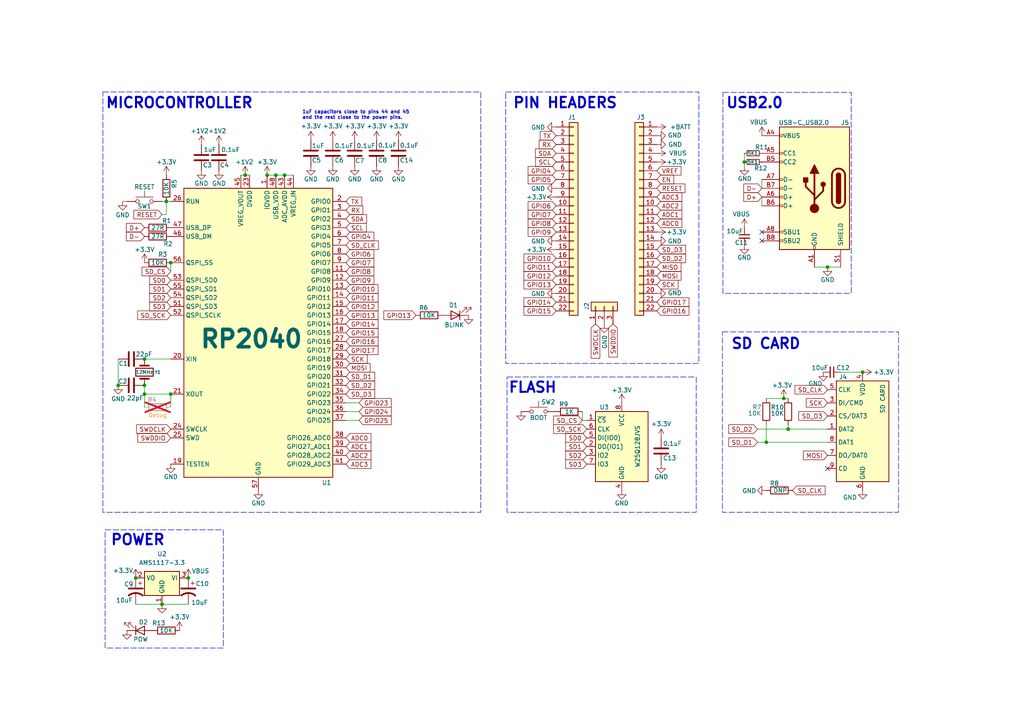
<source format=kicad_sch>
(kicad_sch (version 20231120) (generator "eeschema") (generator_version "8.0")
  (paper "A4")
  (lib_symbols
    (symbol "+BATT_1" (power) (pin_names (offset 0))
      (property "Value" "+BATT_1" (at 0 3.556 0))
      (symbol "+BATT_1_1_1"
        (pin power_in line (at 0 0 90) (length 0) hide (name "+BATT") (number "1"))
      )
    )
    (symbol "Connector:USB_C_Receptacle_USB2.0" (pin_names (offset 1.016))
      (property "Reference" "J" (at -10.16 19.05 0))
      (property "Value" "USB_C_Receptacle_USB2.0" (at 19.05 19.05 0))
      (symbol "USB_C_Receptacle_USB2.0_1_1"
        (pin passive line (at 0 -22.86 90) (length 5.08) (name "GND") (number "A1"))
        (pin passive line (at 0 -22.86 90) (length 5.08) hide (name "GND") (number "A12"))
        (pin passive line (at 15.24 15.24 180) (length 5.08) (name "VBUS") (number "A4"))
        (pin bidirectional line (at 15.24 10.16 180) (length 5.08) (name "CC1") (number "A5"))
        (pin bidirectional line (at 15.24 -2.54 180) (length 5.08) (name "D+") (number "A6"))
        (pin bidirectional line (at 15.24 2.54 180) (length 5.08) (name "D-") (number "A7"))
        (pin bidirectional line (at 15.24 -12.7 180) (length 5.08) (name "SBU1") (number "A8"))
        (pin passive line (at 15.24 15.24 180) (length 5.08) hide (name "VBUS") (number "A9"))
        (pin passive line (at 0 -22.86 90) (length 5.08) hide (name "GND") (number "B1"))
        (pin passive line (at 0 -22.86 90) (length 5.08) hide (name "GND") (number "B12"))
        (pin passive line (at 15.24 15.24 180) (length 5.08) hide (name "VBUS") (number "B4"))
        (pin bidirectional line (at 15.24 7.62 180) (length 5.08) (name "CC2") (number "B5"))
        (pin bidirectional line (at 15.24 -5.08 180) (length 5.08) (name "D+") (number "B6"))
        (pin bidirectional line (at 15.24 0 180) (length 5.08) (name "D-") (number "B7"))
        (pin bidirectional line (at 15.24 -15.24 180) (length 5.08) (name "SBU2") (number "B8"))
        (pin passive line (at 15.24 15.24 180) (length 5.08) hide (name "VBUS") (number "B9"))
        (pin passive line (at -7.62 -22.86 90) (length 5.08) (name "SHIELD") (number "S1"))
      )
    )
    (symbol "Connector_Generic:Conn_01x03" (pin_names (offset 1.016) hide)
      (property "Reference" "J" (at 0 5.08 0))
      (property "Value" "Conn_01x03" (at 0 -5.08 0))
      (symbol "Conn_01x03_1_1"
        (pin passive line (at -5.08 2.54 0) (length 3.81) (name "Pin_1") (number "1"))
        (pin passive line (at -5.08 0 0) (length 3.81) (name "Pin_2") (number "2"))
        (pin passive line (at -5.08 -2.54 0) (length 3.81) (name "Pin_3") (number "3"))
      )
    )
    (symbol "Connector_Generic:Conn_01x22" (pin_names (offset 1.016) hide)
      (property "Reference" "J" (at 0 27.94 0))
      (property "Value" "Conn_01x22" (at 0 -30.48 0))
      (symbol "Conn_01x22_1_1"
        (pin passive line (at -5.08 25.4 0) (length 3.81) (name "Pin_1") (number "1"))
        (pin passive line (at -5.08 2.54 0) (length 3.81) (name "Pin_10") (number "10"))
        (pin passive line (at -5.08 0 0) (length 3.81) (name "Pin_11") (number "11"))
        (pin passive line (at -5.08 -2.54 0) (length 3.81) (name "Pin_12") (number "12"))
        (pin passive line (at -5.08 -5.08 0) (length 3.81) (name "Pin_13") (number "13"))
        (pin passive line (at -5.08 -7.62 0) (length 3.81) (name "Pin_14") (number "14"))
        (pin passive line (at -5.08 -10.16 0) (length 3.81) (name "Pin_15") (number "15"))
        (pin passive line (at -5.08 -12.7 0) (length 3.81) (name "Pin_16") (number "16"))
        (pin passive line (at -5.08 -15.24 0) (length 3.81) (name "Pin_17") (number "17"))
        (pin passive line (at -5.08 -17.78 0) (length 3.81) (name "Pin_18") (number "18"))
        (pin passive line (at -5.08 -20.32 0) (length 3.81) (name "Pin_19") (number "19"))
        (pin passive line (at -5.08 22.86 0) (length 3.81) (name "Pin_2") (number "2"))
        (pin passive line (at -5.08 -22.86 0) (length 3.81) (name "Pin_20") (number "20"))
        (pin passive line (at -5.08 -25.4 0) (length 3.81) (name "Pin_21") (number "21"))
        (pin passive line (at -5.08 -27.94 0) (length 3.81) (name "Pin_22") (number "22"))
        (pin passive line (at -5.08 20.32 0) (length 3.81) (name "Pin_3") (number "3"))
        (pin passive line (at -5.08 17.78 0) (length 3.81) (name "Pin_4") (number "4"))
        (pin passive line (at -5.08 15.24 0) (length 3.81) (name "Pin_5") (number "5"))
        (pin passive line (at -5.08 12.7 0) (length 3.81) (name "Pin_6") (number "6"))
        (pin passive line (at -5.08 10.16 0) (length 3.81) (name "Pin_7") (number "7"))
        (pin passive line (at -5.08 7.62 0) (length 3.81) (name "Pin_8") (number "8"))
        (pin passive line (at -5.08 5.08 0) (length 3.81) (name "Pin_9") (number "9"))
      )
    )
    (symbol "Device:C" (pin_numbers hide) (pin_names (offset 0.254))
      (property "Reference" "C" (at 0.635 2.54 0))
      (property "Value" "C" (at 0.635 -2.54 0))
      (symbol "C_1_1"
        (pin passive line (at 0 3.81 270) (length 2.794) (name "~") (number "1"))
        (pin passive line (at 0 -3.81 90) (length 2.794) (name "~") (number "2"))
      )
    )
    (symbol "Device:C_Polarized_US" (pin_numbers hide) (pin_names (offset 0.254) hide)
      (property "Reference" "C" (at 0.635 2.54 0))
      (property "Value" "C_Polarized_US" (at 0.635 -2.54 0))
      (symbol "C_Polarized_US_1_1"
        (pin passive line (at 0 3.81 270) (length 2.794) (name "~") (number "1"))
        (pin passive line (at 0 -3.81 90) (length 3.302) (name "~") (number "2"))
      )
    )
    (symbol "Device:C_Small" (pin_numbers hide) (pin_names (offset 0.254) hide)
      (property "Reference" "C" (at 0.254 1.778 0))
      (property "Value" "C_Small" (at 0.254 -2.032 0))
      (symbol "C_Small_1_1"
        (pin passive line (at 0 2.54 270) (length 2.032) (name "~") (number "1"))
        (pin passive line (at 0 -2.54 90) (length 2.032) (name "~") (number "2"))
      )
    )
    (symbol "Device:Crystal" (pin_numbers hide) (pin_names (offset 1.016) hide)
      (property "Reference" "Y" (at 0 3.81 0))
      (property "Value" "Crystal" (at 0 -3.81 0))
      (symbol "Crystal_1_1"
        (pin passive line (at -3.81 0 0) (length 1.27) (name "1") (number "1"))
        (pin passive line (at 3.81 0 180) (length 1.27) (name "2") (number "2"))
      )
    )
    (symbol "Device:LED" (pin_numbers hide) (pin_names (offset 1.016) hide)
      (property "Reference" "D" (at 0 2.54 0))
      (property "Value" "LED" (at 0 -2.54 0))
      (symbol "LED_1_1"
        (pin passive line (at -3.81 0 0) (length 2.54) (name "K") (number "1"))
        (pin passive line (at 3.81 0 180) (length 2.54) (name "A") (number "2"))
      )
    )
    (symbol "Device:R" (pin_numbers hide) (pin_names (offset 0))
      (property "Reference" "R" (at 2.032 0 90))
      (property "Value" "R" (at 0 0 90))
      (symbol "R_1_1"
        (pin passive line (at 0 3.81 270) (length 1.27) (name "~") (number "1"))
        (pin passive line (at 0 -3.81 90) (length 1.27) (name "~") (number "2"))
      )
    )
    (symbol "Device:R_Small" (pin_numbers hide) (pin_names (offset 0.254) hide)
      (property "Reference" "R" (at 0.762 0.508 0))
      (property "Value" "R_Small" (at 0.762 -1.016 0))
      (symbol "R_Small_1_1"
        (pin passive line (at 0 2.54 270) (length 0.762) (name "~") (number "1"))
        (pin passive line (at 0 -2.54 90) (length 0.762) (name "~") (number "2"))
      )
    )
    (symbol "MCU_RaspberryPi:RP2040"
      (property "Reference" "U" (at 17.78 45.72 0))
      (property "Value" "RP2040" (at 17.78 43.18 0))
      (symbol "RP2040_1_1"
        (pin power_in line (at 2.54 45.72 270) (length 3.81) (name "IOVDD") (number "1"))
        (pin passive line (at 2.54 45.72 270) (length 3.81) hide (name "IOVDD") (number "10"))
        (pin bidirectional line (at 25.4 17.78 180) (length 3.81) (name "GPIO8") (number "11"))
        (pin bidirectional line (at 25.4 15.24 180) (length 3.81) (name "GPIO9") (number "12"))
        (pin bidirectional line (at 25.4 12.7 180) (length 3.81) (name "GPIO10") (number "13"))
        (pin bidirectional line (at 25.4 10.16 180) (length 3.81) (name "GPIO11") (number "14"))
        (pin bidirectional line (at 25.4 7.62 180) (length 3.81) (name "GPIO12") (number "15"))
        (pin bidirectional line (at 25.4 5.08 180) (length 3.81) (name "GPIO13") (number "16"))
        (pin bidirectional line (at 25.4 2.54 180) (length 3.81) (name "GPIO14") (number "17"))
        (pin bidirectional line (at 25.4 0 180) (length 3.81) (name "GPIO15") (number "18"))
        (pin input line (at -25.4 -38.1 0) (length 3.81) (name "TESTEN") (number "19"))
        (pin bidirectional line (at 25.4 38.1 180) (length 3.81) (name "GPIO0") (number "2"))
        (pin input line (at -25.4 -7.62 0) (length 3.81) (name "XIN") (number "20"))
        (pin passive line (at -25.4 -17.78 0) (length 3.81) (name "XOUT") (number "21"))
        (pin passive line (at 2.54 45.72 270) (length 3.81) hide (name "IOVDD") (number "22"))
        (pin power_in line (at -2.54 45.72 270) (length 3.81) (name "DVDD") (number "23"))
        (pin input line (at -25.4 -27.94 0) (length 3.81) (name "SWCLK") (number "24"))
        (pin bidirectional line (at -25.4 -30.48 0) (length 3.81) (name "SWD") (number "25"))
        (pin input line (at -25.4 38.1 0) (length 3.81) (name "RUN") (number "26"))
        (pin bidirectional line (at 25.4 -2.54 180) (length 3.81) (name "GPIO16") (number "27"))
        (pin bidirectional line (at 25.4 -5.08 180) (length 3.81) (name "GPIO17") (number "28"))
        (pin bidirectional line (at 25.4 -7.62 180) (length 3.81) (name "GPIO18") (number "29"))
        (pin bidirectional line (at 25.4 35.56 180) (length 3.81) (name "GPIO1") (number "3"))
        (pin bidirectional line (at 25.4 -10.16 180) (length 3.81) (name "GPIO19") (number "30"))
        (pin bidirectional line (at 25.4 -12.7 180) (length 3.81) (name "GPIO20") (number "31"))
        (pin bidirectional line (at 25.4 -15.24 180) (length 3.81) (name "GPIO21") (number "32"))
        (pin passive line (at 2.54 45.72 270) (length 3.81) hide (name "IOVDD") (number "33"))
        (pin bidirectional line (at 25.4 -17.78 180) (length 3.81) (name "GPIO22") (number "34"))
        (pin bidirectional line (at 25.4 -20.32 180) (length 3.81) (name "GPIO23") (number "35"))
        (pin bidirectional line (at 25.4 -22.86 180) (length 3.81) (name "GPIO24") (number "36"))
        (pin bidirectional line (at 25.4 -25.4 180) (length 3.81) (name "GPIO25") (number "37"))
        (pin bidirectional line (at 25.4 -30.48 180) (length 3.81) (name "GPIO26_ADC0") (number "38"))
        (pin bidirectional line (at 25.4 -33.02 180) (length 3.81) (name "GPIO27_ADC1") (number "39"))
        (pin bidirectional line (at 25.4 33.02 180) (length 3.81) (name "GPIO2") (number "4"))
        (pin bidirectional line (at 25.4 -35.56 180) (length 3.81) (name "GPIO28_ADC2") (number "40"))
        (pin bidirectional line (at 25.4 -38.1 180) (length 3.81) (name "GPIO29_ADC3") (number "41"))
        (pin passive line (at 2.54 45.72 270) (length 3.81) hide (name "IOVDD") (number "42"))
        (pin power_in line (at 7.62 45.72 270) (length 3.81) (name "ADC_AVDD") (number "43"))
        (pin power_in line (at 10.16 45.72 270) (length 3.81) (name "VREG_IN") (number "44"))
        (pin power_out line (at -5.08 45.72 270) (length 3.81) (name "VREG_VOUT") (number "45"))
        (pin bidirectional line (at -25.4 27.94 0) (length 3.81) (name "USB_DM") (number "46"))
        (pin bidirectional line (at -25.4 30.48 0) (length 3.81) (name "USB_DP") (number "47"))
        (pin power_in line (at 5.08 45.72 270) (length 3.81) (name "USB_VDD") (number "48"))
        (pin passive line (at 2.54 45.72 270) (length 3.81) hide (name "IOVDD") (number "49"))
        (pin bidirectional line (at 25.4 30.48 180) (length 3.81) (name "GPIO3") (number "5"))
        (pin passive line (at -2.54 45.72 270) (length 3.81) hide (name "DVDD") (number "50"))
        (pin bidirectional line (at -25.4 7.62 0) (length 3.81) (name "QSPI_SD3") (number "51"))
        (pin output line (at -25.4 5.08 0) (length 3.81) (name "QSPI_SCLK") (number "52"))
        (pin bidirectional line (at -25.4 15.24 0) (length 3.81) (name "QSPI_SD0") (number "53"))
        (pin bidirectional line (at -25.4 10.16 0) (length 3.81) (name "QSPI_SD2") (number "54"))
        (pin bidirectional line (at -25.4 12.7 0) (length 3.81) (name "QSPI_SD1") (number "55"))
        (pin bidirectional line (at -25.4 20.32 0) (length 3.81) (name "QSPI_SS") (number "56"))
        (pin power_in line (at 0 -45.72 90) (length 3.81) (name "GND") (number "57"))
        (pin bidirectional line (at 25.4 27.94 180) (length 3.81) (name "GPIO4") (number "6"))
        (pin bidirectional line (at 25.4 25.4 180) (length 3.81) (name "GPIO5") (number "7"))
        (pin bidirectional line (at 25.4 22.86 180) (length 3.81) (name "GPIO6") (number "8"))
        (pin bidirectional line (at 25.4 20.32 180) (length 3.81) (name "GPIO7") (number "9"))
      )
    )
    (symbol "Memory_Flash:W25Q128JVS"
      (property "Reference" "U" (at -8.89 8.89 0))
      (property "Value" "W25Q128JVS" (at 7.62 8.89 0))
      (symbol "W25Q128JVS_1_1"
        (pin input line (at -10.16 7.62 0) (length 2.54) (name "~{CS}") (number "1"))
        (pin bidirectional line (at -10.16 0 0) (length 2.54) (name "DO(IO1)") (number "2"))
        (pin bidirectional line (at -10.16 -2.54 0) (length 2.54) (name "IO2") (number "3"))
        (pin power_in line (at 0 -12.7 90) (length 2.54) (name "GND") (number "4"))
        (pin bidirectional line (at -10.16 2.54 0) (length 2.54) (name "DI(IO0)") (number "5"))
        (pin input line (at -10.16 5.08 0) (length 2.54) (name "CLK") (number "6"))
        (pin bidirectional line (at -10.16 -5.08 0) (length 2.54) (name "IO3") (number "7"))
        (pin power_in line (at 0 12.7 270) (length 2.54) (name "VCC") (number "8"))
      )
    )
    (symbol "Regulator_Linear:AMS1117-3.3"
      (property "Reference" "U" (at -3.81 3.175 0))
      (property "Value" "AMS1117-3.3" (at 0 3.175 0))
      (symbol "AMS1117-3.3_1_1"
        (pin power_in line (at 0 -7.62 90) (length 2.54) (name "GND") (number "1"))
        (pin power_out line (at 7.62 0 180) (length 2.54) (name "VO") (number "2"))
        (pin power_in line (at -7.62 0 0) (length 2.54) (name "VI") (number "3"))
      )
    )
    (symbol "Switch:SW_Push" (pin_numbers hide) (pin_names (offset 1.016) hide)
      (property "Reference" "SW" (at 1.27 2.54 0))
      (property "Value" "SW_Push" (at 0 -1.524 0))
      (symbol "SW_Push_0_1"
        (pin passive line (at -5.08 0 0) (length 2.54) (name "1") (number "1"))
        (pin passive line (at 5.08 0 180) (length 2.54) (name "2") (number "2"))
      )
    )
    (symbol "osw-rescue:SD_ebay-uSD-push_push_SMD-open-Smartwatch"
      (property "Reference" "XS" (at 6.35 -16.51 0))
      (property "Value" "SD_ebay-uSD-push_push_SMD-open-Smartwatch" (at -8.89 -1.27 90))
      (symbol "SD_ebay-uSD-push_push_SMD-open-Smartwatch_1_1"
        (pin bidirectional line (at 10.16 0 180) (length 2.54) (name "DAT2") (number "1"))
        (pin input line (at 10.16 3.81 180) (length 2.54) (name "CS/DAT3") (number "2"))
        (pin input line (at 10.16 7.62 180) (length 2.54) (name "DI/CMD") (number "3"))
        (pin input line (at 0 16.51 270) (length 2.54) (name "VDD") (number "4"))
        (pin input line (at 10.16 11.43 180) (length 2.54) (name "CLK") (number "5"))
        (pin input line (at 0 -17.78 90) (length 2.54) (name "GND") (number "6"))
        (pin input line (at 10.16 -7.62 180) (length 2.54) (name "DO/DAT0") (number "7"))
        (pin bidirectional line (at 10.16 -3.81 180) (length 2.54) (name "DAT1") (number "8"))
        (pin input line (at 10.16 -11.43 180) (length 2.54) (name "CD") (number "9"))
      )
    )
    (symbol "power:+1V2" (power) (pin_names (offset 0))
      (property "Value" "+1V2" (at 0 3.556 0))
      (symbol "+1V2_1_1"
        (pin power_in line (at 0 0 90) (length 0) hide (name "+1V2") (number "1"))
      )
    )
    (symbol "power:+3.3V" (power) (pin_names (offset 0))
      (property "Value" "+3.3V" (at 0 3.556 0))
      (symbol "+3.3V_1_1"
        (pin power_in line (at 0 0 90) (length 0) hide (name "+3.3V") (number "1"))
      )
    )
    (symbol "power:GND" (power) (pin_names (offset 0))
      (property "Value" "GND" (at 0 -3.81 0))
      (symbol "GND_1_1"
        (pin power_in line (at 0 0 270) (length 0) hide (name "GND") (number "1"))
      )
    )
    (symbol "power:VBUS" (power) (pin_names (offset 0))
      (property "Value" "VBUS" (at 0 3.81 0))
      (symbol "VBUS_1_1"
        (pin power_in line (at 0 0 90) (length 0) hide (name "VBUS") (number "1"))
      )
    )
  )
  (junction (at 250.19 107.95))
  (junction (at 82.55 50.8))
  (junction (at 54.61 167.64))
  (junction (at 80.01 50.8))
  (junction (at 41.91 104.14))
  (junction (at 215.9 46.99))
  (junction (at 39.37 167.64))
  (junction (at 77.47 50.8))
  (junction (at 227.33 115.57))
  (junction (at 46.99 175.26))
  (junction (at 48.26 58.42))
  (junction (at 240.03 77.47))
  (junction (at 228.6 124.46))
  (junction (at 49.53 76.2))
  (junction (at 222.25 128.27))
  (junction (at 34.29 111.76))
  (junction (at 71.12 50.8))
  (junction (at 41.91 111.76))
  (junction (at 49.53 114.3))
  (junction (at 41.91 114.3))
  (no_connect (at 220.98 67.31))
  (no_connect (at 240.03 135.89))
  (no_connect (at 220.98 69.85))
  (wire (pts (xy 243.84 77.47) (xy 240.03 77.47)))
  (wire (pts (xy 69.85 50.8) (xy 71.12 50.8)))
  (wire (pts (xy 168.91 119.38) (xy 168.91 121.92)))
  (wire (pts (xy 77.47 50.8) (xy 80.01 50.8)))
  (wire (pts (xy 71.12 50.8) (xy 72.39 50.8)))
  (wire (pts (xy 54.61 175.26) (xy 46.99 175.26)))
  (wire (pts (xy 41.91 104.14) (xy 49.53 104.14)))
  (wire (pts (xy 228.6 124.46) (xy 240.03 124.46)))
  (wire (pts (xy 104.14 121.92) (xy 100.33 121.92)))
  (wire (pts (xy 222.25 128.27) (xy 240.03 128.27)))
  (wire (pts (xy 34.29 111.76) (xy 34.29 104.14)))
  (wire (pts (xy 220.98 54.61) (xy 220.98 52.07)))
  (wire (pts (xy 41.91 114.3) (xy 41.91 118.11)))
  (wire (pts (xy 41.91 111.76) (xy 41.91 114.3)))
  (wire (pts (xy 48.26 62.23) (xy 48.26 58.42)))
  (wire (pts (xy 219.71 124.46) (xy 228.6 124.46)))
  (wire (pts (xy 243.84 107.95) (xy 250.19 107.95)))
  (wire (pts (xy 228.6 115.57) (xy 227.33 115.57)))
  (wire (pts (xy 46.99 62.23) (xy 48.26 62.23)))
  (wire (pts (xy 168.91 121.92) (xy 170.18 121.92)))
  (wire (pts (xy 80.01 50.8) (xy 82.55 50.8)))
  (wire (pts (xy 46.99 58.42) (xy 48.26 58.42)))
  (wire (pts (xy 49.53 118.11) (xy 49.53 114.3)))
  (wire (pts (xy 227.33 115.57) (xy 222.25 115.57)))
  (wire (pts (xy 222.25 123.19) (xy 222.25 128.27)))
  (wire (pts (xy 228.6 123.19) (xy 228.6 124.46)))
  (wire (pts (xy 49.53 76.2) (xy 49.53 78.74)))
  (wire (pts (xy 35.56 58.42) (xy 36.83 58.42)))
  (wire (pts (xy 46.99 175.26) (xy 39.37 175.26)))
  (wire (pts (xy 215.9 44.45) (xy 215.9 46.99)))
  (wire (pts (xy 85.09 50.8) (xy 82.55 50.8)))
  (wire (pts (xy 100.33 116.84) (xy 104.14 116.84)))
  (wire (pts (xy 48.26 58.42) (xy 49.53 58.42)))
  (wire (pts (xy 215.9 48.26) (xy 215.9 46.99)))
  (wire (pts (xy 219.71 128.27) (xy 222.25 128.27)))
  (wire (pts (xy 220.98 59.69) (xy 220.98 57.15)))
  (wire (pts (xy 41.91 114.3) (xy 49.53 114.3)))
  (wire (pts (xy 104.14 119.38) (xy 100.33 119.38)))
  (wire (pts (xy 240.03 77.47) (xy 236.22 77.47)))
  (rectangle (start 29.845 26.67) (end 139.446 148.59) (stroke (width 0) (type dash)))
  (rectangle (start 209.55 96.266) (end 260.604 148.59) (stroke (width 0) (type dash)))
  (rectangle (start 146.685 26.67) (end 202.692 105.41) (stroke (width 0) (type dash)))
  (rectangle (start 30.48 153.67) (end 64.77 187.96) (stroke (width 0) (type dash)))
  (rectangle (start 209.677 26.797) (end 246.888 85.09) (stroke (width 0) (type dash)))
  (rectangle (start 147.066 109.347) (end 201.93 148.59) (stroke (width 0) (type dash)))
  (image (at 382.524 67.31) (scale 0.5875))
  (text "Debug" (at 45.72 120.65 0) (effects (font (size 1.143 1.143) (thickness 0.1524) (bold yes))))
  (text "MICROCONTROLLER\n" (at 30.48 31.75 0) (effects (font (size 3 3) (bold yes)) (justify left bottom)))
  (text "PIN HEADERS\n" (at 148.59 31.75 0) (effects (font (size 3 3) (bold yes)) (justify left bottom)))
  (text "USB2.0" (at 227.33 31.75 0) (effects (font (size 3 3) (thickness 0.6) (bold yes)) (justify right bottom)))
  (text "FLASH" (at 147.32 114.3 0) (effects (font (size 3 3) (bold yes)) (justify left bottom)))
  (text "1uF capacitors close to pins 44 and 45\nand the rest close to the power pins." (at 87.63 34.798 0) (effects (font (size 1 1) (bold yes)) (justify left bottom)))
  (text "SD CARD" (at 232.41 101.6 0) (effects (font (size 3 3) (bold yes)) (justify right bottom)))
  (text "POWER" (at 48.006 158.496 0) (effects (font (size 3 3) (bold yes)) (justify right bottom)))
  (global_label "ADC3" (shape input) (at 100.33 134.62 0) (property "Intersheetrefs" "${INTERSHEET_REFS}" (effects (hide yes))))
  (global_label "SD0" (shape input) (at 49.53 81.28 180) (property "Intersheetrefs" "${INTERSHEET_REFS}" (effects (hide yes))))
  (global_label "GPIO4" (shape input) (at 161.29 49.53 180) (property "Intersheetrefs" "${INTERSHEET_REFS}" (effects (hide yes))))
  (global_label "SCL" (shape input) (at 161.29 46.99 180) (property "Intersheetrefs" "${INTERSHEET_REFS}" (effects (hide yes))))
  (global_label "SD2" (shape input) (at 170.18 132.08 180) (property "Intersheetrefs" "${INTERSHEET_REFS}" (effects (hide yes))))
  (global_label "SD_D3" (shape input) (at 100.33 114.3 0) (property "Intersheetrefs" "${INTERSHEET_REFS}" (effects (hide yes))))
  (global_label "GPIO13" (shape input) (at 120.65 91.44 180) (property "Intersheetrefs" "${INTERSHEET_REFS}" (effects (hide yes))))
  (global_label "D+" (shape input) (at 41.91 66.04 180) (property "Intersheetrefs" "${INTERSHEET_REFS}" (effects (hide yes))))
  (global_label "GPIO23" (shape input) (at 104.14 116.84 0) (property "Intersheetrefs" "${INTERSHEET_REFS}" (effects (hide yes))))
  (global_label "GPIO11" (shape input) (at 100.33 86.36 0) (property "Intersheetrefs" "${INTERSHEET_REFS}" (effects (hide yes))))
  (global_label "TX" (shape input) (at 161.29 39.37 180) (property "Intersheetrefs" "${INTERSHEET_REFS}" (effects (hide yes))))
  (global_label "GPIO4" (shape input) (at 100.33 68.58 0) (property "Intersheetrefs" "${INTERSHEET_REFS}" (effects (hide yes))))
  (global_label "SD_CLK" (shape input) (at 100.33 71.12 0) (property "Intersheetrefs" "${INTERSHEET_REFS}" (effects (hide yes))))
  (global_label "D-" (shape input) (at 41.91 68.58 180) (property "Intersheetrefs" "${INTERSHEET_REFS}" (effects (hide yes))))
  (global_label "SCK" (shape input) (at 240.03 116.84 180) (property "Intersheetrefs" "${INTERSHEET_REFS}" (effects (hide yes))))
  (global_label "SD0" (shape input) (at 170.18 127 180) (property "Intersheetrefs" "${INTERSHEET_REFS}" (effects (hide yes))))
  (global_label "ADC1" (shape input) (at 190.5 62.23 0) (property "Intersheetrefs" "${INTERSHEET_REFS}" (effects (hide yes))))
  (global_label "GPIO8" (shape input) (at 100.33 78.74 0) (property "Intersheetrefs" "${INTERSHEET_REFS}" (effects (hide yes))))
  (global_label "GPIO6" (shape input) (at 100.33 73.66 0) (property "Intersheetrefs" "${INTERSHEET_REFS}" (effects (hide yes))))
  (global_label "SD_D2" (shape input) (at 219.71 124.46 180) (property "Intersheetrefs" "${INTERSHEET_REFS}" (effects (hide yes))))
  (global_label "GPIO15" (shape input) (at 100.33 96.52 0) (property "Intersheetrefs" "${INTERSHEET_REFS}" (effects (hide yes))))
  (global_label "SD_D3" (shape input) (at 240.03 120.65 180) (property "Intersheetrefs" "${INTERSHEET_REFS}" (effects (hide yes))))
  (global_label "ADC2" (shape input) (at 100.33 132.08 0) (property "Intersheetrefs" "${INTERSHEET_REFS}" (effects (hide yes))))
  (global_label "ADC2" (shape input) (at 190.5 59.69 0) (property "Intersheetrefs" "${INTERSHEET_REFS}" (effects (hide yes))))
  (global_label "GPIO5" (shape input) (at 161.29 52.07 180) (property "Intersheetrefs" "${INTERSHEET_REFS}" (effects (hide yes))))
  (global_label "SD_D1" (shape input) (at 100.33 109.22 0) (property "Intersheetrefs" "${INTERSHEET_REFS}" (effects (hide yes))))
  (global_label "GPIO15" (shape input) (at 161.29 90.17 180) (property "Intersheetrefs" "${INTERSHEET_REFS}" (effects (hide yes))))
  (global_label "GPIO13" (shape input) (at 161.29 82.55 180) (property "Intersheetrefs" "${INTERSHEET_REFS}" (effects (hide yes))))
  (global_label "GPIO7" (shape input) (at 100.33 76.2 0) (property "Intersheetrefs" "${INTERSHEET_REFS}" (effects (hide yes))))
  (global_label "GPIO24" (shape input) (at 104.14 119.38 0) (property "Intersheetrefs" "${INTERSHEET_REFS}" (effects (hide yes))))
  (global_label "SD_D2" (shape input) (at 190.5 74.93 0) (property "Intersheetrefs" "${INTERSHEET_REFS}" (effects (hide yes))))
  (global_label "GPIO10" (shape input) (at 161.29 74.93 180) (property "Intersheetrefs" "${INTERSHEET_REFS}" (effects (hide yes))))
  (global_label "SD1" (shape input) (at 170.18 129.54 180) (property "Intersheetrefs" "${INTERSHEET_REFS}" (effects (hide yes))))
  (global_label "SD_D2" (shape input) (at 100.33 111.76 0) (property "Intersheetrefs" "${INTERSHEET_REFS}" (effects (hide yes))))
  (global_label "GPIO11" (shape input) (at 161.29 77.47 180) (property "Intersheetrefs" "${INTERSHEET_REFS}" (effects (hide yes))))
  (global_label "SD_D3" (shape input) (at 190.5 72.39 0) (property "Intersheetrefs" "${INTERSHEET_REFS}" (effects (hide yes))))
  (global_label "SD_D1" (shape input) (at 219.71 128.27 180) (property "Intersheetrefs" "${INTERSHEET_REFS}" (effects (hide yes))))
  (global_label "SD3" (shape input) (at 170.18 134.62 180) (property "Intersheetrefs" "${INTERSHEET_REFS}" (effects (hide yes))))
  (global_label "SD_CS" (shape input) (at 168.91 121.92 180) (property "Intersheetrefs" "${INTERSHEET_REFS}" (effects (hide yes))))
  (global_label "RX" (shape input) (at 161.29 41.91 180) (property "Intersheetrefs" "${INTERSHEET_REFS}" (effects (hide yes))))
  (global_label "D-" (shape input) (at 220.98 54.61 180) (property "Intersheetrefs" "${INTERSHEET_REFS}" (effects (hide yes))))
  (global_label "MISO" (shape input) (at 190.5 77.47 0) (property "Intersheetrefs" "${INTERSHEET_REFS}" (effects (hide yes))))
  (global_label "SDA" (shape input) (at 100.33 63.5 0) (property "Intersheetrefs" "${INTERSHEET_REFS}" (effects (hide yes))))
  (global_label "SCK" (shape input) (at 190.5 82.55 0) (property "Intersheetrefs" "${INTERSHEET_REFS}" (effects (hide yes))))
  (global_label "SD_SCK" (shape input) (at 49.53 91.44 180) (property "Intersheetrefs" "${INTERSHEET_REFS}" (effects (hide yes))))
  (global_label "EN" (shape input) (at 190.5 52.07 0) (property "Intersheetrefs" "${INTERSHEET_REFS}" (effects (hide yes))))
  (global_label "GPIO12" (shape input) (at 161.29 80.01 180) (property "Intersheetrefs" "${INTERSHEET_REFS}" (effects (hide yes))))
  (global_label "SD3" (shape input) (at 49.53 88.9 180) (property "Intersheetrefs" "${INTERSHEET_REFS}" (effects (hide yes))))
  (global_label "SCK" (shape input) (at 100.33 104.14 0) (property "Intersheetrefs" "${INTERSHEET_REFS}" (effects (hide yes))))
  (global_label "SD1" (shape input) (at 49.53 83.82 180) (property "Intersheetrefs" "${INTERSHEET_REFS}" (effects (hide yes))))
  (global_label "MOSI" (shape input) (at 240.03 132.08 180) (property "Intersheetrefs" "${INTERSHEET_REFS}" (effects (hide yes))))
  (global_label "GPIO9" (shape input) (at 100.33 81.28 0) (property "Intersheetrefs" "${INTERSHEET_REFS}" (effects (hide yes))))
  (global_label "GPIO25" (shape input) (at 104.14 121.92 0) (property "Intersheetrefs" "${INTERSHEET_REFS}" (effects (hide yes))))
  (global_label "SWDDIO" (shape input) (at 177.8 93.98 270) (property "Intersheetrefs" "${INTERSHEET_REFS}" (effects (hide yes))))
  (global_label "SWDCLK" (shape input) (at 49.53 124.46 180) (property "Intersheetrefs" "${INTERSHEET_REFS}" (effects (hide yes))))
  (global_label "SD2" (shape input) (at 49.53 86.36 180) (property "Intersheetrefs" "${INTERSHEET_REFS}" (effects (hide yes))))
  (global_label "SD_CLK" (shape input) (at 229.87 142.24 0) (property "Intersheetrefs" "${INTERSHEET_REFS}" (effects (hide yes))))
  (global_label "GPIO17" (shape input) (at 190.5 87.63 0) (property "Intersheetrefs" "${INTERSHEET_REFS}" (effects (hide yes))))
  (global_label "GPIO12" (shape input) (at 100.33 88.9 0) (property "Intersheetrefs" "${INTERSHEET_REFS}" (effects (hide yes))))
  (global_label "VREF" (shape input) (at 190.5 49.53 0) (property "Intersheetrefs" "${INTERSHEET_REFS}" (effects (hide yes))))
  (global_label "MOSI" (shape input) (at 100.33 106.68 0) (property "Intersheetrefs" "${INTERSHEET_REFS}" (effects (hide yes))))
  (global_label "GPIO8" (shape input) (at 161.29 64.77 180) (property "Intersheetrefs" "${INTERSHEET_REFS}" (effects (hide yes))))
  (global_label "GPIO6" (shape input) (at 161.29 59.69 180) (property "Intersheetrefs" "${INTERSHEET_REFS}" (effects (hide yes))))
  (global_label "SWDDIO" (shape input) (at 49.53 127 180) (property "Intersheetrefs" "${INTERSHEET_REFS}" (effects (hide yes))))
  (global_label "GPIO14" (shape input) (at 161.29 87.63 180) (property "Intersheetrefs" "${INTERSHEET_REFS}" (effects (hide yes))))
  (global_label "SCL" (shape input) (at 100.33 66.04 0) (property "Intersheetrefs" "${INTERSHEET_REFS}" (effects (hide yes))))
  (global_label "SD_SCK" (shape input) (at 170.18 124.46 180) (property "Intersheetrefs" "${INTERSHEET_REFS}" (effects (hide yes))))
  (global_label "RESET" (shape input) (at 46.99 62.23 180) (property "Intersheetrefs" "${INTERSHEET_REFS}" (effects (hide yes))))
  (global_label "SD_CLK" (shape input) (at 240.03 113.03 180) (property "Intersheetrefs" "${INTERSHEET_REFS}" (effects (hide yes))))
  (global_label "GPIO17" (shape input) (at 100.33 101.6 0) (property "Intersheetrefs" "${INTERSHEET_REFS}" (effects (hide yes))))
  (global_label "TX" (shape input) (at 100.33 58.42 0) (property "Intersheetrefs" "${INTERSHEET_REFS}" (effects (hide yes))))
  (global_label "GPIO16" (shape input) (at 190.5 90.17 0) (property "Intersheetrefs" "${INTERSHEET_REFS}" (effects (hide yes))))
  (global_label "GPIO10" (shape input) (at 100.33 83.82 0) (property "Intersheetrefs" "${INTERSHEET_REFS}" (effects (hide yes))))
  (global_label "ADC3" (shape input) (at 190.5 57.15 0) (property "Intersheetrefs" "${INTERSHEET_REFS}" (effects (hide yes))))
  (global_label "ADC1" (shape input) (at 100.33 129.54 0) (property "Intersheetrefs" "${INTERSHEET_REFS}" (effects (hide yes))))
  (global_label "SDA" (shape input) (at 161.29 44.45 180) (property "Intersheetrefs" "${INTERSHEET_REFS}" (effects (hide yes))))
  (global_label "GPIO13" (shape input) (at 100.33 91.44 0) (property "Intersheetrefs" "${INTERSHEET_REFS}" (effects (hide yes))))
  (global_label "ADC0" (shape input) (at 190.5 64.77 0) (property "Intersheetrefs" "${INTERSHEET_REFS}" (effects (hide yes))))
  (global_label "MOSI" (shape input) (at 190.5 80.01 0) (property "Intersheetrefs" "${INTERSHEET_REFS}" (effects (hide yes))))
  (global_label "GPIO16" (shape input) (at 100.33 99.06 0) (property "Intersheetrefs" "${INTERSHEET_REFS}" (effects (hide yes))))
  (global_label "D+" (shape input) (at 220.98 57.15 180) (property "Intersheetrefs" "${INTERSHEET_REFS}" (effects (hide yes))))
  (global_label "RX" (shape input) (at 100.33 60.96 0) (property "Intersheetrefs" "${INTERSHEET_REFS}" (effects (hide yes))))
  (global_label "GPIO14" (shape input) (at 100.33 93.98 0) (property "Intersheetrefs" "${INTERSHEET_REFS}" (effects (hide yes))))
  (global_label "SD_CS" (shape input) (at 49.53 78.74 180) (property "Intersheetrefs" "${INTERSHEET_REFS}" (effects (hide yes))))
  (global_label "RESET" (shape input) (at 190.5 54.61 0) (property "Intersheetrefs" "${INTERSHEET_REFS}" (effects (hide yes))))
  (global_label "GPIO7" (shape input) (at 161.29 62.23 180) (property "Intersheetrefs" "${INTERSHEET_REFS}" (effects (hide yes))))
  (global_label "GPIO9" (shape input) (at 161.29 67.31 180) (property "Intersheetrefs" "${INTERSHEET_REFS}" (effects (hide yes))))
  (global_label "ADC0" (shape input) (at 100.33 127 0) (property "Intersheetrefs" "${INTERSHEET_REFS}" (effects (hide yes))))
  (global_label "SWDCLK" (shape input) (at 172.72 93.98 270) (property "Intersheetrefs" "${INTERSHEET_REFS}" (effects (hide yes))))
  (symbol (lib_id "Connector_Generic:Conn_01x22") (at 185.42 62.23 0) (mirror y) (unit 1)
    (property "Reference" "J3" (at 187.071 34.036 0) (effects (justify left)))
    (property "Value" "Conn_01x22" (effects (hide yes)))
  )
  (symbol (lib_id "power:+3.3V") (at 250.19 107.95 270) (unit 1)
    (property "Reference" "#PWR051" (effects (hide yes)))
    (property "Value" "+3.3V" (at 256.286 107.95 90))
  )
  (symbol (lib_id "Device:R") (at 45.72 68.58 270) (unit 1)
    (property "Reference" "R2" (at 47.371 70.739 90) (effects (justify left)))
    (property "Value" "27R" (at 43.815 68.58 90) (effects (justify left)))
    (property "Footprint" "Resistor_SMD:R_1206_3216Metric" (effects (hide yes)))
  )
  (symbol (lib_id "Device:R_Small") (at 218.44 46.99 270) (mirror x) (unit 1)
    (property "Reference" "R12" (at 218.694 48.768 90) (effects (justify left)))
    (property "Value" "5K1" (at 216.789 46.99 90) (effects (font (size 1 1)) (justify left)))
    (property "Footprint" "Capacitor_SMD:C_0603_1608Metric_Pad1.08x0.95mm_HandSolder" (effects (hide yes)))
  )
  (symbol (lib_id "power:+3.3V") (at 102.87 40.64 0) (unit 1)
    (property "Reference" "#PWR017" (effects (hide yes)))
    (property "Value" "+3.3V" (at 102.87 36.576 0))
  )
  (symbol (lib_id "power:GND") (at 175.26 93.98 0) (unit 1)
    (property "Reference" "#PWR028" (effects (hide yes)))
    (property "Value" "GND" (at 175.387 99.187 90))
  )
  (symbol (lib_id "power:+3.3V") (at 48.26 50.8 0) (unit 1)
    (property "Reference" "#PWR04" (effects (hide yes)))
    (property "Value" "+3.3V" (at 48.26 46.99 0))
  )
  (symbol (lib_id "power:GND") (at 35.56 58.42 0) (unit 1)
    (property "Reference" "#PWR02" (effects (hide yes)))
    (property "Value" "GND" (at 35.56 62.357 0))
  )
  (symbol (lib_id "power:+1V2") (at 58.42 41.91 0) (unit 1)
    (property "Reference" "#PWR06" (effects (hide yes)))
    (property "Value" "+1V2" (at 57.912 37.973 0))
  )
  (symbol (lib_id "Device:C") (at 115.57 44.45 0) (mirror x) (unit 1)
    (property "Reference" "C14" (at 115.951 46.482 0) (effects (justify left)))
    (property "Value" "0.1uF" (at 115.951 42.164 0) (effects (justify left)))
  )
  (symbol (lib_id "power:GND") (at 96.52 48.26 0) (unit 1)
    (property "Reference" "#PWR016" (effects (hide yes)))
    (property "Value" "GND" (at 94.488 51.943 0) (effects (justify left)))
  )
  (symbol (lib_id "Device:C") (at 109.22 44.45 0) (mirror x) (unit 1)
    (property "Reference" "C8" (at 109.601 46.482 0) (effects (justify left)))
    (property "Value" "0.1uF" (at 109.601 42.164 0) (effects (justify left)))
  )
  (symbol (lib_id "power:GND") (at 238.76 107.95 0) (unit 1)
    (property "Reference" "#PWR047" (effects (hide yes)))
    (property "Value" "GND" (at 234.442 111.252 0) (effects (justify left)))
  )
  (symbol (lib_id "power:GND") (at 63.5 49.53 0) (unit 1)
    (property "Reference" "#PWR09" (effects (hide yes)))
    (property "Value" "GND" (at 61.468 53.213 0) (effects (justify left)))
  )
  (symbol (lib_id "Device:R") (at 48.26 54.61 180) (unit 1)
    (property "Reference" "R5" (at 50.546 51.943 90) (effects (justify left)))
    (property "Value" "10K" (at 48.26 52.705 90) (effects (justify left)))
    (property "Footprint" "Resistor_SMD:R_1206_3216Metric" (effects (hide yes)))
  )
  (symbol (lib_id "power:GND") (at 215.9 48.26 0) (mirror y) (unit 1)
    (property "Reference" "#PWR043" (effects (hide yes)))
    (property "Value" "GND" (at 218.059 51.816 0) (effects (justify left)))
  )
  (symbol (lib_id "power:+3.3V") (at 90.17 40.64 0) (unit 1)
    (property "Reference" "#PWR013" (effects (hide yes)))
    (property "Value" "+3.3V" (at 90.17 36.576 0))
  )
  (symbol (lib_id "Connector:USB_C_Receptacle_USB2.0") (at 236.22 54.61 0) (mirror y) (unit 1)
    (property "Reference" "J5" (at 245.11 35.56 0))
    (property "Value" "USB-C_USB2.0" (at 233.172 35.56 0))
    (property "Datasheet" "https://www.usb.org/sites/default/files/documents/usb_type-c.zip" (effects (hide yes)))
  )
  (symbol (lib_id "Device:C_Polarized_US") (at 54.61 171.45 0) (mirror y) (unit 1)
    (property "Reference" "C10" (at 58.674 169.291 0))
    (property "Value" "10uF" (at 57.912 174.752 0))
    (property "Footprint" "Capacitor_SMD:C_1210_3225Metric_Pad1.33x2.70mm_HandSolder" (effects (hide yes)))
  )
  (symbol (lib_id "osw-rescue:SD_ebay-uSD-push_push_SMD-open-Smartwatch") (at 250.19 124.46 0) (mirror y) (unit 1) (on_board no)
    (property "Reference" "J4" (at 243.332 109.347 0) (effects (justify right)))
    (property "Value" "SD CARD" (at 256.032 111.379 90) (effects (justify right)))
    (property "Footprint" "open-Smartwatch:Conn_uSDcard" (effects (hide yes)))
    (property "Datasheet" "_" (effects (hide yes)))
    (property "Manf#" "_" (effects (hide yes)))
    (property "Manf" "ebay" (effects (hide yes)))
  )
  (symbol (lib_id "power:GND") (at 46.99 175.26 0) (unit 1)
    (property "Reference" "#PWR038" (effects (hide yes)))
    (property "Value" "GND" (effects (hide yes)))
  )
  (symbol (lib_id "power:GND") (at 190.5 85.09 90) (unit 1)
    (property "Reference" "#PWR036" (effects (hide yes)))
    (property "Value" "GND" (at 195.707 84.963 90))
  )
  (symbol (lib_id "power:GND") (at 190.5 69.85 90) (mirror x) (unit 1)
    (property "Reference" "#PWR035" (effects (hide yes)))
    (property "Value" "GND" (at 195.707 69.977 90))
  )
  (symbol (lib_id "power:+3.3V") (at 191.77 127 0) (unit 1)
    (property "Reference" "#PWR052" (effects (hide yes)))
    (property "Value" "+3.3V" (at 191.77 122.936 0))
  )
  (symbol (lib_id "power:GND") (at 161.29 69.85 270) (unit 1)
    (property "Reference" "#PWR025" (effects (hide yes)))
    (property "Value" "GND" (at 156.083 69.977 90))
  )
  (symbol (lib_id "power:VBUS") (at 54.61 167.64 0) (mirror y) (unit 1)
    (property "Reference" "#PWR039" (effects (hide yes)))
    (property "Value" "VBUS" (at 58.166 165.608 0))
  )
  (symbol (lib_id "Device:LED") (at 40.64 182.88 0) (mirror x) (unit 1)
    (property "Reference" "D2" (at 42.926 180.467 0) (effects (justify right)))
    (property "Value" "POW" (at 42.926 185.42 0) (effects (justify right)))
  )
  (symbol (lib_id "power:GND") (at 190.5 41.91 90) (unit 1)
    (property "Reference" "#PWR031" (effects (hide yes)))
    (property "Value" "GND" (at 195.834 41.91 90))
  )
  (symbol (lib_id "Device:C") (at 96.52 44.45 0) (mirror x) (unit 1)
    (property "Reference" "C6" (at 97.028 46.482 0) (effects (justify left)))
    (property "Value" "0.1uF" (at 97.028 42.291 0) (effects (justify left)))
  )
  (symbol (lib_id "Device:C") (at 90.17 44.45 0) (mirror x) (unit 1)
    (property "Reference" "C5" (at 90.424 46.482 0) (effects (justify left)))
    (property "Value" "1uF" (at 90.424 42.291 0) (effects (justify left)))
  )
  (symbol (lib_id "power:+3.3V") (at 77.47 50.8 0) (unit 1)
    (property "Reference" "#PWR012" (effects (hide yes)))
    (property "Value" "+3.3V" (at 77.47 46.99 0))
  )
  (symbol (lib_id "Device:LED") (at 132.08 91.44 180) (unit 1)
    (property "Reference" "D1" (at 130.175 88.519 0) (effects (justify right)))
    (property "Value" "BLINK" (at 128.905 94.234 0) (effects (justify right)))
  )
  (symbol (lib_id "power:+3.3V") (at 52.07 182.88 0) (mirror y) (unit 1)
    (property "Reference" "#PWR056" (effects (hide yes)))
    (property "Value" "+3.3V" (at 52.07 178.943 0))
  )
  (symbol (lib_id "power:+1V2") (at 71.12 50.8 0) (unit 1)
    (property "Reference" "#PWR010" (effects (hide yes)))
    (property "Value" "+1V2" (at 70.866 46.99 0))
  )
  (symbol (lib_id "power:GND") (at 49.53 134.62 0) (unit 1)
    (property "Reference" "#PWR05" (effects (hide yes)))
    (property "Value" "GND" (at 47.498 138.303 0) (effects (justify left)))
  )
  (symbol (lib_id "power:+3.3V") (at 227.33 115.57 0) (unit 1)
    (property "Reference" "#PWR042" (effects (hide yes)))
    (property "Value" "+3.3V" (at 226.822 111.76 0))
  )
  (symbol (lib_id "Device:C_Small") (at 215.9 68.58 0) (unit 1)
    (property "Reference" "C11" (at 213.106 70.358 0) (effects (justify left)))
    (property "Value" "10uF" (at 210.693 67.056 0) (effects (justify left)))
    (property "Footprint" "Capacitor_SMD:C_0603_1608Metric_Pad1.08x0.95mm_HandSolder" (effects (hide yes)))
  )
  (symbol (lib_id "power:GND") (at 58.42 49.53 0) (unit 1)
    (property "Reference" "#PWR07" (effects (hide yes)))
    (property "Value" "GND" (at 56.388 53.213 0) (effects (justify left)))
  )
  (symbol (lib_id "power:VBUS") (at 190.5 44.45 270) (unit 1)
    (property "Reference" "#PWR032" (effects (hide yes)))
    (property "Value" "VBUS" (at 194.056 44.45 90) (effects (justify left)))
  )
  (symbol (lib_id "Memory_Flash:W25Q128JVS") (at 180.34 129.54 0) (unit 1)
    (property "Reference" "U3" (at 173.863 118.11 0) (effects (justify left)))
    (property "Value" "W25Q128JVS" (at 184.912 135.636 90) (effects (justify left)))
    (property "Footprint" "Package_SO:SOIC-8_5.23x5.23mm_P1.27mm" (effects (hide yes)))
    (property "Datasheet" "http://www.winbond.com/resource-files/w25q128jv_dtr%20revc%2003272018%20plus.pdf" (effects (hide yes)))
  )
  (symbol (lib_id "power:GND") (at 115.57 48.26 0) (unit 1)
    (property "Reference" "#PWR058" (effects (hide yes)))
    (property "Value" "GND" (at 113.538 51.943 0) (effects (justify left)))
  )
  (symbol (lib_id "power:GND") (at 151.13 119.38 0) (mirror y) (unit 1)
    (property "Reference" "#PWR040" (effects (hide yes)))
    (property "Value" "GND" (effects (hide yes)))
  )
  (symbol (lib_id "power:GND") (at 191.77 134.62 0) (unit 1)
    (property "Reference" "#PWR053" (effects (hide yes)))
    (property "Value" "GND" (at 189.738 138.303 0) (effects (justify left)))
  )
  (symbol (lib_id "Connector_Generic:Conn_01x22") (at 166.37 62.23 0) (unit 1)
    (property "Reference" "J1" (at 164.719 34.036 0) (effects (justify left)))
    (property "Value" "Conn_01x22" (effects (hide yes)))
  )
  (symbol (lib_id "power:GND") (at 161.29 85.09 270) (unit 1)
    (property "Reference" "#PWR027" (effects (hide yes)))
    (property "Value" "GND" (at 156.083 85.217 90))
  )
  (symbol (lib_id "Regulator_Linear:AMS1117-3.3") (at 46.99 167.64 0) (mirror y) (unit 1)
    (property "Reference" "U2" (at 46.99 160.655 0))
    (property "Value" "AMS1117-3.3" (at 46.99 163.195 0))
    (property "Footprint" "Package_TO_SOT_SMD:SOT-223-3_TabPin2" (effects (hide yes)))
    (property "Datasheet" "http://www.advanced-monolithic.com/pdf/ds1117.pdf" (effects (hide yes)))
  )
  (symbol (lib_id "power:+3.3V") (at 161.29 57.15 90) (unit 1)
    (property "Reference" "#PWR024" (effects (hide yes)))
    (property "Value" "+3.3V" (at 155.575 57.15 90))
  )
  (symbol (lib_id "power:GND") (at 215.9 71.12 0) (mirror y) (unit 1)
    (property "Reference" "#PWR045" (effects (hide yes)))
    (property "Value" "GND" (at 217.932 74.676 0) (effects (justify left)))
  )
  (symbol (lib_id "power:+3.3V") (at 180.34 116.84 0) (mirror y) (unit 1)
    (property "Reference" "#PWR048" (effects (hide yes)))
    (property "Value" "+3.3V" (at 180.34 113.157 0))
  )
  (symbol (lib_id "MCU_RaspberryPi:RP2040") (at 74.93 96.52 0) (unit 1)
    (property "Reference" "U1" (at 93.345 139.954 0) (effects (justify left)))
    (property "Value" "RP2040" (at 57.404 98.298 0) (effects (font (size 5 5) (bold yes)) (justify left)))
    (property "Footprint" "Package_DFN_QFN:QFN-56-1EP_7x7mm_P0.4mm_EP5.6x5.6mm" (effects (hide yes)))
    (property "Datasheet" "https://datasheets.raspberrypi.com/rp2040/rp2040-datasheet.pdf" (effects (hide yes)))
  )
  (symbol (lib_id "power:GND") (at 102.87 48.26 0) (unit 1)
    (property "Reference" "#PWR018" (effects (hide yes)))
    (property "Value" "GND" (at 100.838 51.943 0) (effects (justify left)))
  )
  (symbol (lib_id "Device:Crystal") (at 41.91 107.95 90) (mirror x) (unit 1)
    (property "Reference" "Y1" (at 45.72 107.95 90) (effects (font (size 0.9 0.9))))
    (property "Value" "12MHz" (at 41.91 107.95 90) (effects (font (size 1 1))))
  )
  (symbol (lib_id "Device:R") (at 48.26 182.88 90) (unit 1)
    (property "Reference" "R13" (at 48.006 180.721 90) (effects (justify left)))
    (property "Value" "10K" (at 50.165 182.88 90) (effects (justify left)))
  )
  (symbol (lib_id "Switch:SW_Push") (at 41.91 58.42 0) (unit 1)
    (property "Reference" "SW1" (at 41.91 59.817 0))
    (property "Value" "RESET" (at 41.91 54.229 0))
  )
  (symbol (lib_id "Device:R") (at 45.72 76.2 270) (unit 1)
    (property "Reference" "R3" (at 45.847 73.787 90) (effects (justify left)))
    (property "Value" "10K" (at 43.815 76.2 90) (effects (justify left)))
    (property "Footprint" "Resistor_SMD:R_1206_3216Metric" (effects (hide yes)))
  )
  (symbol (lib_id "power:+3.3V") (at 115.57 40.64 0) (unit 1)
    (property "Reference" "#PWR057" (effects (hide yes)))
    (property "Value" "+3.3V" (at 115.57 36.576 0))
  )
  (symbol (lib_id "power:+3.3V") (at 39.37 167.64 0) (mirror y) (unit 1)
    (property "Reference" "#PWR037" (effects (hide yes)))
    (property "Value" "+3.3V" (at 35.687 165.481 0))
  )
  (symbol (lib_id "Device:C") (at 191.77 130.81 0) (mirror x) (unit 1)
    (property "Reference" "C13" (at 192.278 132.842 0) (effects (justify left)))
    (property "Value" "0.1uF" (at 192.278 128.651 0) (effects (justify left)))
  )
  (symbol (lib_id "Device:C_Small") (at 241.3 107.95 270) (mirror x) (unit 1)
    (property "Reference" "C12" (at 242.57 106.68 90) (effects (justify left)))
    (property "Value" "10uF" (at 235.331 106.68 90) (effects (justify left)))
    (property "Footprint" "Capacitor_SMD:C_0603_1608Metric" (effects (hide yes)))
  )
  (symbol (lib_id "Device:R") (at 226.06 142.24 270) (mirror x) (unit 1)
    (property "Reference" "R8" (at 223.266 140.208 90) (effects (justify left)))
    (property "Value" "DNP" (at 224.282 142.24 90) (effects (justify left)))
  )
  (symbol (lib_id "Connector_Generic:Conn_01x03") (at 175.26 88.9 90) (unit 1)
    (property "Reference" "J2" (at 170.18 90.043 0) (effects (justify left)))
    (property "Value" "Conn_01x03" (effects (hide yes)))
  )
  (symbol (lib_id "power:GND") (at 161.29 54.61 270) (unit 1)
    (property "Reference" "#PWR023" (effects (hide yes)))
    (property "Value" "GND" (at 156.083 54.737 90))
  )
  (symbol (lib_id "power:GND") (at 240.03 77.47 0) (mirror y) (unit 1)
    (property "Reference" "#PWR054" (effects (hide yes)))
    (property "Value" "GND" (at 242.062 81.153 0) (effects (justify left)))
  )
  (symbol (lib_id "Device:C") (at 102.87 44.45 0) (mirror x) (unit 1)
    (property "Reference" "C7" (at 102.997 46.609 0) (effects (justify left)))
    (property "Value" "0.1uF" (at 103.378 42.291 0) (effects (justify left)))
  )
  (symbol (lib_id "Device:C") (at 63.5 45.72 0) (mirror x) (unit 1)
    (property "Reference" "C4" (at 63.754 47.879 0) (effects (justify left)))
    (property "Value" "0.1uF" (at 64.135 43.434 0) (effects (justify left)))
  )
  (symbol (lib_id "Device:R") (at 124.46 91.44 90) (unit 1)
    (property "Reference" "R6" (at 124.206 89.281 90) (effects (justify left)))
    (property "Value" "10K" (at 126.365 91.44 90) (effects (justify left)))
  )
  (symbol (lib_id "power:GND") (at 74.93 142.24 0) (unit 1)
    (property "Reference" "#PWR011" (effects (hide yes)))
    (property "Value" "GND" (at 72.898 145.923 0) (effects (justify left)))
  )
  (symbol (lib_id "power:+3.3V") (at 96.52 40.64 0) (unit 1)
    (property "Reference" "#PWR015" (effects (hide yes)))
    (property "Value" "+3.3V" (at 96.52 36.576 0))
  )
  (symbol (lib_id "power:GND") (at 180.34 142.24 0) (mirror y) (unit 1)
    (property "Reference" "#PWR049" (effects (hide yes)))
    (property "Value" "GND" (at 182.372 145.923 0) (effects (justify left)))
  )
  (symbol (lib_id "power:+3.3V") (at 109.22 40.64 0) (unit 1)
    (property "Reference" "#PWR019" (effects (hide yes)))
    (property "Value" "+3.3V" (at 109.22 36.576 0))
  )
  (symbol (lib_id "power:GND") (at 34.29 111.76 0) (unit 1)
    (property "Reference" "#PWR01" (effects (hide yes)))
    (property "Value" "GND" (at 34.29 115.697 0))
  )
  (symbol (lib_id "Device:C") (at 58.42 45.72 0) (mirror x) (unit 1)
    (property "Reference" "C3" (at 58.801 47.879 0) (effects (justify left)))
    (property "Value" "1uF" (at 59.055 43.434 0) (effects (justify left)))
  )
  (symbol (lib_id "power:GND") (at 161.29 36.83 270) (unit 1)
    (property "Reference" "#PWR022" (effects (hide yes)))
    (property "Value" "GND" (at 156.083 36.957 90))
  )
  (symbol (lib_id "power:+3.3V") (at 161.29 72.39 90) (unit 1)
    (property "Reference" "#PWR026" (effects (hide yes)))
    (property "Value" "+3.3V" (at 155.575 72.39 90))
  )
  (symbol (lib_id "power:+3.3V") (at 190.5 46.99 270) (unit 1)
    (property "Reference" "#PWR033" (effects (hide yes)))
    (property "Value" "+3.3V" (at 196.215 46.99 90))
  )
  (symbol (lib_id "power:GND") (at 135.89 91.44 0) (mirror y) (unit 1)
    (property "Reference" "#PWR021" (effects (hide yes)))
    (property "Value" "GND" (effects (hide yes)))
  )
  (symbol (lib_id "power:GND") (at 222.25 142.24 270) (unit 1)
    (property "Reference" "#PWR041" (effects (hide yes)))
    (property "Value" "GND" (at 215.265 142.367 90) (effects (justify left)))
  )
  (symbol (lib_id "Device:R") (at 228.6 119.38 0) (mirror x) (unit 1)
    (property "Reference" "R10" (at 223.52 118.11 0) (effects (justify left)))
    (property "Value" "10K" (at 223.52 119.888 0) (effects (justify left)))
  )
  (symbol (lib_name "+BATT_1") (lib_id "power:+BATT") (at 190.5 36.83 270) (unit 1)
    (property "Reference" "#PWR029" (effects (hide yes)))
    (property "Value" "+BATT" (at 194.31 36.83 90) (effects (justify left)))
  )
  (symbol (lib_id "power:+3.3V") (at 190.5 67.31 270) (mirror x) (unit 1)
    (property "Reference" "#PWR034" (effects (hide yes)))
    (property "Value" "+3.3V" (at 196.215 67.31 90))
  )
  (symbol (lib_id "power:GND") (at 109.22 48.26 0) (unit 1)
    (property "Reference" "#PWR020" (effects (hide yes)))
    (property "Value" "GND" (at 107.188 51.943 0) (effects (justify left)))
  )
  (symbol (lib_id "Switch:SW_Push") (at 156.21 119.38 0) (mirror y) (unit 1)
    (property "Reference" "SW2" (at 159.004 116.586 0))
    (property "Value" "BOOT" (at 156.21 121.158 0))
  )
  (symbol (lib_id "power:GND") (at 36.83 182.88 0) (unit 1)
    (property "Reference" "#PWR055" (effects (hide yes)))
    (property "Value" "GND" (effects (hide yes)))
  )
  (symbol (lib_id "Device:R") (at 222.25 119.38 0) (mirror x) (unit 1)
    (property "Reference" "R7" (at 218.186 118.11 0) (effects (justify left)))
    (property "Value" "10K" (at 216.916 119.888 0) (effects (justify left)))
  )
  (symbol (lib_id "Device:C_Polarized_US") (at 39.37 171.45 0) (mirror y) (unit 1)
    (property "Reference" "C9" (at 37.338 169.418 0))
    (property "Value" "10uF" (at 36.068 174.117 0))
    (property "Footprint" "Capacitor_SMD:C_1210_3225Metric_Pad1.33x2.70mm_HandSolder" (effects (hide yes)))
  )
  (symbol (lib_id "power:+1V2") (at 63.5 41.91 0) (unit 1)
    (property "Reference" "#PWR08" (effects (hide yes)))
    (property "Value" "+1V2" (at 62.992 37.973 0))
  )
  (symbol (lib_id "Device:R") (at 45.72 66.04 270) (unit 1)
    (property "Reference" "R1" (at 46.99 64.008 90) (effects (justify left)))
    (property "Value" "27R" (at 43.815 66.04 90) (effects (justify left)))
    (property "Footprint" "Resistor_SMD:R_1206_3216Metric" (effects (hide yes)))
  )
  (symbol (lib_id "Device:C") (at 38.1 111.76 90) (mirror x) (unit 1)
    (property "Reference" "C2" (at 36.957 110.617 90) (effects (justify left)))
    (property "Value" "22pF" (at 41.656 115.443 90) (effects (justify left)))
  )
  (symbol (lib_id "power:GND") (at 190.5 39.37 90) (unit 1)
    (property "Reference" "#PWR030" (effects (hide yes)))
    (property "Value" "GND" (at 195.707 39.243 90))
  )
  (symbol (lib_id "Device:R_Small") (at 218.44 44.45 270) (mirror x) (unit 1)
    (property "Reference" "R11" (at 218.948 42.672 90) (effects (justify left)))
    (property "Value" "5K1" (at 216.789 44.45 90) (effects (font (size 1 1)) (justify left)))
    (property "Footprint" "Capacitor_SMD:C_0603_1608Metric_Pad1.08x0.95mm_HandSolder" (effects (hide yes)))
  )
  (symbol (lib_id "power:+3.3V") (at 41.91 76.2 0) (unit 1)
    (property "Reference" "#PWR03" (effects (hide yes)))
    (property "Value" "+3.3V" (at 41.91 72.39 0))
  )
  (symbol (lib_id "Device:R") (at 45.72 118.11 90) (unit 1) (on_board no) (dnp yes)
    (property "Reference" "R4" (at 45.466 115.951 90) (effects (justify left)))
    (property "Value" "1K" (at 47.117 118.11 90) (effects (justify left)))
  )
  (symbol (lib_id "Device:C") (at 38.1 104.14 90) (mirror x) (unit 1)
    (property "Reference" "C1" (at 37.084 105.41 90) (effects (justify left)))
    (property "Value" "22pF" (at 44.196 102.743 90) (effects (justify left)))
  )
  (symbol (lib_id "power:GND") (at 90.17 48.26 0) (unit 1)
    (property "Reference" "#PWR014" (effects (hide yes)))
    (property "Value" "GND" (at 88.138 51.943 0) (effects (justify left)))
  )
  (symbol (lib_id "power:VBUS") (at 215.9 66.04 0) (mirror y) (unit 1)
    (property "Reference" "#PWR044" (effects (hide yes)))
    (property "Value" "VBUS" (at 215.011 62.103 0))
  )
  (symbol (lib_id "power:GND") (at 250.19 142.24 0) (unit 1)
    (property "Reference" "#PWR050" (effects (hide yes)))
    (property "Value" "GND" (at 244.475 144.272 0) (effects (justify left)))
  )
  (symbol (lib_id "power:VBUS") (at 220.98 39.37 0) (mirror y) (unit 1)
    (property "Reference" "#PWR046" (effects (hide yes)))
    (property "Value" "VBUS" (at 220.091 35.433 0))
  )
  (symbol (lib_id "Device:R") (at 165.1 119.38 90) (unit 1)
    (property "Reference" "R9" (at 164.846 117.221 90) (effects (justify left)))
    (property "Value" "1K" (at 166.497 119.38 90) (effects (justify left)))
  )
)
</source>
